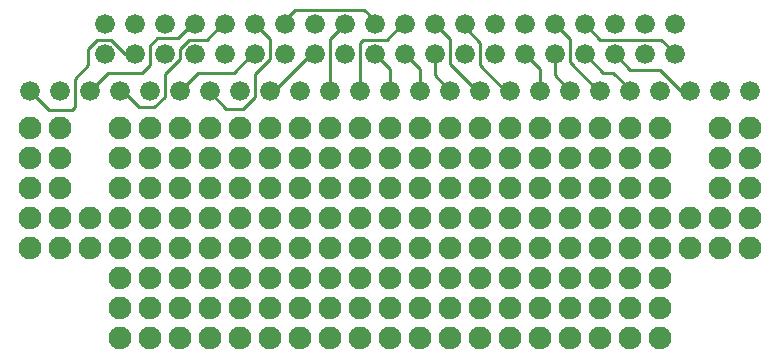
<source format=gbr>
G04 EAGLE Gerber RS-274X export*
G75*
%MOMM*%
%FSLAX34Y34*%
%LPD*%
%INTop Copper*%
%IPPOS*%
%AMOC8*
5,1,8,0,0,1.08239X$1,22.5*%
G01*
%ADD10C,1.676400*%
%ADD11C,1.930400*%
%ADD12C,0.254000*%


D10*
X83700Y252378D03*
X83700Y277778D03*
X109100Y252378D03*
X109100Y277778D03*
X134500Y252378D03*
X134500Y277778D03*
X159900Y252378D03*
X159900Y277778D03*
X185300Y252378D03*
X185300Y277778D03*
X210700Y252378D03*
X210700Y277778D03*
X236100Y252378D03*
X236100Y277778D03*
X261500Y252378D03*
X261500Y277778D03*
X286900Y252378D03*
X286900Y277778D03*
X312300Y252378D03*
X312300Y277778D03*
X337700Y252378D03*
X337700Y277778D03*
X363100Y252378D03*
X363100Y277778D03*
X388500Y252378D03*
X388500Y277778D03*
X413900Y252378D03*
X413900Y277778D03*
X439300Y252378D03*
X439300Y277778D03*
X464700Y252378D03*
X464700Y277778D03*
X490100Y252378D03*
X490100Y277778D03*
X515500Y252378D03*
X515500Y277778D03*
X540900Y252378D03*
X540900Y277778D03*
X566300Y252378D03*
X566300Y277778D03*
X20320Y221488D03*
X45720Y221488D03*
X71120Y221488D03*
X96520Y221488D03*
X121920Y221488D03*
X147320Y221488D03*
X172720Y221488D03*
X198120Y221488D03*
X223520Y221488D03*
X248920Y221488D03*
X274320Y221488D03*
X299720Y221488D03*
X325120Y221488D03*
X350520Y221488D03*
X375920Y221488D03*
X401320Y221488D03*
X426720Y221488D03*
X452120Y221488D03*
X477520Y221488D03*
X502920Y221488D03*
X528320Y221488D03*
X553720Y221488D03*
X579120Y221488D03*
X604520Y221488D03*
X629920Y221488D03*
D11*
X553720Y62738D03*
X553720Y37338D03*
X553720Y11938D03*
X528320Y62738D03*
X528320Y37338D03*
X528320Y11938D03*
X502920Y62738D03*
X502920Y37338D03*
X502920Y11938D03*
X477520Y62738D03*
X477520Y37338D03*
X477520Y11938D03*
X452120Y62738D03*
X452120Y37338D03*
X452120Y11938D03*
X426720Y62738D03*
X426720Y37338D03*
X426720Y11938D03*
X375920Y62738D03*
X375920Y37338D03*
X375920Y11938D03*
X401320Y62738D03*
X401320Y37338D03*
X401320Y11938D03*
X350520Y62738D03*
X350520Y37338D03*
X350520Y11938D03*
X325120Y62738D03*
X325120Y37338D03*
X325120Y11938D03*
X274320Y62738D03*
X274320Y37338D03*
X274320Y11938D03*
X299720Y62738D03*
X299720Y37338D03*
X299720Y11938D03*
X248920Y62738D03*
X248920Y37338D03*
X248920Y11938D03*
X223520Y62738D03*
X223520Y37338D03*
X223520Y11938D03*
X198120Y62738D03*
X198120Y37338D03*
X198120Y11938D03*
X172720Y62738D03*
X172720Y37338D03*
X172720Y11938D03*
X121920Y62738D03*
X121920Y37338D03*
X121920Y11938D03*
X147320Y62738D03*
X147320Y37338D03*
X147320Y11938D03*
X96520Y62738D03*
X96520Y37338D03*
X96520Y11938D03*
X71120Y113538D03*
X96520Y113538D03*
X121920Y113538D03*
X147320Y113538D03*
X172720Y113538D03*
X198120Y113538D03*
X223520Y113538D03*
X248920Y113538D03*
D12*
X36830Y204978D02*
X20320Y221488D01*
X36830Y204978D02*
X55880Y204978D01*
X58420Y207518D01*
X58420Y231648D01*
X69850Y243078D01*
X69850Y257048D01*
X77470Y264668D01*
X88900Y264668D01*
X101190Y252378D01*
X109100Y252378D01*
X147320Y221488D02*
X162560Y236728D01*
X193040Y236728D01*
X208690Y252378D01*
X210700Y252378D01*
X223520Y221488D02*
X227330Y221488D01*
X258220Y252378D01*
X261500Y252378D01*
X312300Y252378D02*
X325120Y239558D01*
X325120Y221488D01*
X350520Y239558D02*
X337700Y252378D01*
X350520Y239558D02*
X350520Y221488D01*
X363100Y234308D02*
X363100Y252378D01*
X363100Y234308D02*
X375920Y221488D01*
X439300Y252378D02*
X452120Y239558D01*
X452120Y221488D01*
X464700Y234308D02*
X464700Y252378D01*
X464700Y234308D02*
X477520Y221488D01*
X505750Y236728D02*
X490100Y252378D01*
X505750Y236728D02*
X514350Y236728D01*
X528320Y222758D01*
X528320Y221488D01*
X528610Y239268D02*
X515500Y252378D01*
X528610Y239268D02*
X553720Y239268D01*
X571500Y221488D01*
X579120Y221488D01*
D11*
X274320Y113538D03*
X299720Y113538D03*
X325120Y113538D03*
X350520Y113538D03*
X375920Y113538D03*
X401320Y113538D03*
X426720Y113538D03*
X452120Y113538D03*
X477520Y113538D03*
X502920Y113538D03*
X528320Y113538D03*
X553720Y113538D03*
X579120Y113538D03*
X579120Y88138D03*
X553720Y88138D03*
X528320Y88138D03*
X502920Y88138D03*
X477520Y88138D03*
X452120Y88138D03*
X426720Y88138D03*
X401320Y88138D03*
X375920Y88138D03*
X350520Y88138D03*
X325120Y88138D03*
X299720Y88138D03*
X248920Y88138D03*
X274320Y88138D03*
X223520Y88138D03*
X198120Y88138D03*
X172720Y88138D03*
X147320Y88138D03*
X121920Y88138D03*
X96520Y88138D03*
X71120Y88138D03*
D12*
X490100Y277778D02*
X503210Y264668D01*
X554990Y264668D01*
X566300Y253358D01*
X566300Y252378D01*
X236100Y277778D02*
X236100Y281058D01*
X245110Y290068D01*
X303530Y290068D01*
X312300Y281298D01*
X312300Y277778D01*
X121920Y243078D02*
X115570Y236728D01*
X121920Y243078D02*
X121920Y259588D01*
X128270Y265938D01*
X146050Y265938D01*
X157890Y277778D01*
X159900Y277778D01*
X115570Y236728D02*
X86360Y236728D01*
X71120Y221488D01*
X147320Y248158D02*
X147320Y257048D01*
X154940Y264668D01*
X170180Y264668D01*
X183290Y277778D01*
X185300Y277778D01*
X147320Y248158D02*
X134620Y235458D01*
X134620Y216408D01*
X125730Y207518D01*
X113030Y207518D01*
X99060Y221488D01*
X96520Y221488D01*
X210700Y277778D02*
X223520Y264958D01*
X223520Y248158D01*
X210820Y235458D01*
X210820Y216408D01*
X200660Y206248D01*
X186690Y206248D01*
X172720Y220218D01*
X172720Y221488D01*
X274320Y221488D02*
X274320Y265198D01*
X286900Y277778D01*
X299720Y262128D02*
X299720Y221488D01*
X299720Y262128D02*
X302260Y264668D01*
X322580Y264668D01*
X335690Y277778D01*
X337700Y277778D01*
X363100Y277778D02*
X375920Y264958D01*
X375920Y244348D01*
X398780Y221488D01*
X401320Y221488D01*
X388500Y274948D02*
X388500Y277778D01*
X388500Y274948D02*
X401320Y262128D01*
X401320Y243078D01*
X422910Y221488D01*
X426720Y221488D01*
X477520Y264958D02*
X464700Y277778D01*
X477520Y264958D02*
X477520Y245618D01*
X501650Y221488D01*
X502920Y221488D01*
D11*
X553720Y189738D03*
X553720Y164338D03*
X553720Y138938D03*
X528320Y189738D03*
X528320Y164338D03*
X528320Y138938D03*
X502920Y189738D03*
X502920Y164338D03*
X502920Y138938D03*
X477520Y189738D03*
X477520Y164338D03*
X477520Y138938D03*
X452120Y189738D03*
X452120Y164338D03*
X452120Y138938D03*
X426720Y189738D03*
X426720Y164338D03*
X426720Y138938D03*
X375920Y189738D03*
X375920Y164338D03*
X375920Y138938D03*
X401320Y189738D03*
X401320Y164338D03*
X401320Y138938D03*
X350520Y189738D03*
X350520Y164338D03*
X350520Y138938D03*
X325120Y189738D03*
X325120Y164338D03*
X325120Y138938D03*
X274320Y189738D03*
X274320Y164338D03*
X274320Y138938D03*
X299720Y189738D03*
X299720Y164338D03*
X299720Y138938D03*
X248920Y189738D03*
X248920Y138938D03*
X248920Y164338D03*
X223520Y189738D03*
X223520Y164338D03*
X223520Y138938D03*
X198120Y189738D03*
X198120Y164338D03*
X198120Y138938D03*
X172720Y189738D03*
X172720Y164338D03*
X172720Y138938D03*
X121920Y189738D03*
X121920Y164338D03*
X121920Y138938D03*
X147320Y189738D03*
X147320Y164338D03*
X147320Y138938D03*
X96520Y189738D03*
X96520Y164338D03*
X96520Y138938D03*
X45720Y189738D03*
X20320Y189738D03*
X20320Y164338D03*
X45720Y164338D03*
X45720Y138938D03*
X20320Y138938D03*
X20320Y113538D03*
X45720Y113538D03*
X45720Y88138D03*
X20320Y88138D03*
X629920Y189738D03*
X604520Y189738D03*
X604520Y164338D03*
X629920Y164338D03*
X629920Y138938D03*
X604520Y138938D03*
X604520Y113538D03*
X629920Y113538D03*
X629920Y88138D03*
X604520Y88138D03*
M02*

</source>
